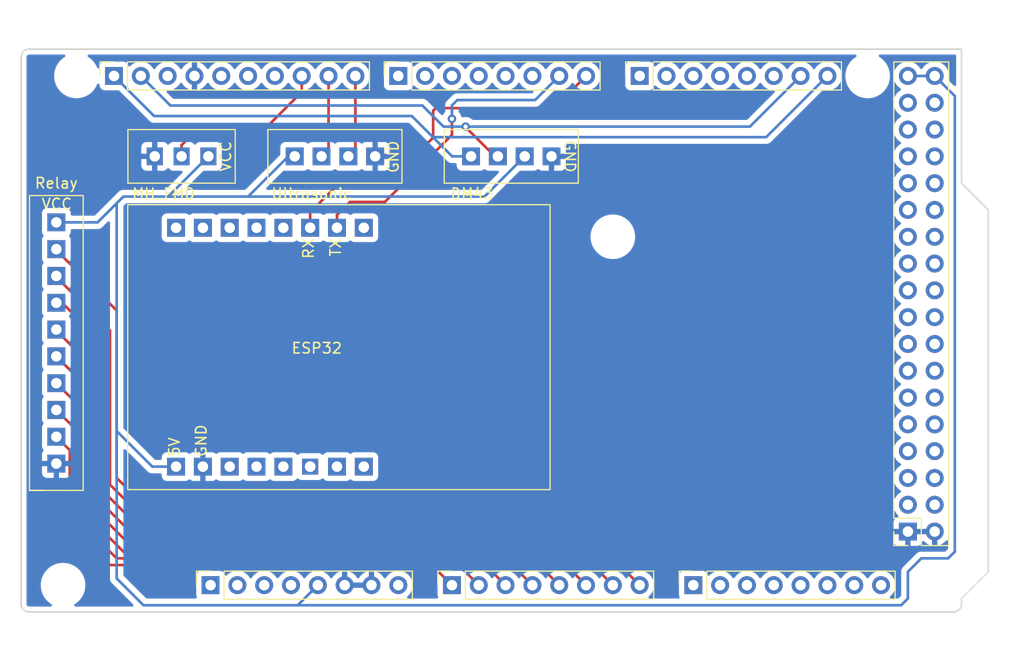
<source format=kicad_pcb>
(kicad_pcb (version 20211014) (generator pcbnew)
  (title_block (date "mar. 31 mars 2015"))
  (layers (0 "F.Cu" signal) (31 "B.Cu" signal) (34 "B.Paste" user) (35 "F.Paste" user) (36 "B.SilkS" user "B.Silkscreen") (37 "F.SilkS" user "F.Silkscreen") (38 "B.Mask" user) (39 "F.Mask" user) (44 "Edge.Cuts" user))
  (net 0 "")
  (net 1 "GND")
  (net 2 "/*52")
  (net 3 "/53")
  (net 4 "/50")
  (net 5 "/51")
  (net 6 "/48")
  (net 7 "/49")
  (net 8 "/*46")
  (net 9 "/47")
  (net 10 "/*44")
  (net 11 "/*45")
  (net 12 "/42")
  (net 13 "/43")
  (net 14 "/40")
  (net 15 "/41")
  (net 16 "/38")
  (net 17 "/39")
  (net 18 "/36")
  (net 19 "/37")
  (net 20 "/34")
  (net 21 "/35")
  (net 22 "/32")
  (net 23 "/33")
  (net 24 "/30")
  (net 25 "/31")
  (net 26 "/28")
  (net 27 "/29")
  (net 28 "/26")
  (net 29 "/27")
  (net 30 "/24")
  (net 31 "/25")
  (net 32 "/22")
  (net 33 "/23")
  (net 34 "+5V")
  (net 35 "/IOREF")
  (net 43 "TX")
  (net 44 "/A8")
  (net 45 "/A9")
  (net 46 "/A10")
  (net 47 "/A11")
  (net 48 "/A12")
  (net 49 "/A13")
  (net 50 "/A14")
  (net 51 "/A15")
  (net 52 "/AREF")
  (net 53 "/*13")
  (net 54 "/*12")
  (net 55 "/*11")
  (net 56 "Buzzer")
  (net 57 "RX")
  (net 59 "/*7")
  (net 60 "/*6")
  (net 61 "/*5")
  (net 62 "/*4")
  (net 63 "/*3")
  (net 64 "/*2")
  (net 67 "+3V3")
  (net 68 "/TX3{slash}14")
  (net 69 "/RX3{slash}15")
  (net 70 "/TX2{slash}16")
  (net 71 "/RX2{slash}17")
  (net 72 "/TX1{slash}18")
  (net 73 "/RX1{slash}19")
  (net 74 "SDA")
  (net 75 "SCL")
  (net 76 "VCC")
  (net 77 "/~{RESET}")
  (net 81 "Relay_1")
  (net 82 "Relay_2")
  (net 83 "Relay_3")
  (net 84 "Relay_4")
  (net 85 "Relay_5")
  (net 86 "Relay_6")
  (net 87 "Relay_7")
  (net 88 "Relay_8")
  (net 89 "Trig")
  (net 90 "Echo")
  (footprint "Connector_PinSocket_2.54mm:PinSocket_2x18_P2.54mm_Vertical" (layer "F.Cu") (at 193.98 92.38 180)
    (fp_text reference "J4" hide)
    (fp_text value "Digital")
    (fp_line (start -1.27 -1.33) (end -1.27 1.27) (layer "F.SilkS") (width 0.12))
    (fp_line (start 1.33 1.27) (end 1.33 44.51) (layer "F.SilkS") (width 0.12))
    (fp_line (start 0 -1.33) (end 1.33 -1.33) (layer "F.SilkS") (width 0.12))
    (fp_line (start -1.27 1.27) (end 1.33 1.27) (layer "F.SilkS") (width 0.12))
    (fp_line (start 1.33 -1.33) (end 1.33 0) (layer "F.SilkS") (width 0.12))
    (fp_line (start -3.87 44.51) (end 1.33 44.51) (layer "F.SilkS") (width 0.12))
    (fp_line (start -3.87 -1.33) (end -1.27 -1.33) (layer "F.SilkS") (width 0.12))
    (fp_line (start -3.87 -1.33) (end -3.87 44.51) (layer "F.SilkS") (width 0.12))
    (pad "1" thru_hole rect locked (at 0 0 180) (size 1.7 1.7) (drill 1) (layers *.Cu *.Mask) (net 1 "GND"))
    (pad "2" thru_hole oval locked (at -2.54 0 180) (size 1.7 1.7) (drill 1) (layers *.Cu *.Mask) (net 1 "GND"))
    (pad "3" thru_hole oval locked (at 0 2.54 180) (size 1.7 1.7) (drill 1) (layers *.Cu *.Mask) (net 2 "/*52"))
    (pad "4" thru_hole oval locked (at -2.54 2.54 180) (size 1.7 1.7) (drill 1) (layers *.Cu *.Mask) (net 3 "/53"))
    (pad "5" thru_hole oval locked (at 0 5.08 180) (size 1.7 1.7) (drill 1) (layers *.Cu *.Mask) (net 4 "/50"))
    (pad "6" thru_hole oval locked (at -2.54 5.08 180) (size 1.7 1.7) (drill 1) (layers *.Cu *.Mask) (net 5 "/51"))
    (pad "7" thru_hole oval locked (at 0 7.62 180) (size 1.7 1.7) (drill 1) (layers *.Cu *.Mask) (net 6 "/48"))
    (pad "8" thru_hole oval locked (at -2.54 7.62 180) (size 1.7 1.7) (drill 1) (layers *.Cu *.Mask) (net 7 "/49"))
    (pad "9" thru_hole oval locked (at 0 10.16 180) (size 1.7 1.7) (drill 1) (layers *.Cu *.Mask) (net 8 "/*46"))
    (pad "10" thru_hole oval locked (at -2.54 10.16 180) (size 1.7 1.7) (drill 1) (layers *.Cu *.Mask) (net 9 "/47"))
    (pad "11" thru_hole oval locked (at 0 12.7 180) (size 1.7 1.7) (drill 1) (layers *.Cu *.Mask) (net 10 "/*44"))
    (pad "12" thru_hole oval locked (at -2.54 12.7 180) (size 1.7 1.7) (drill 1) (layers *.Cu *.Mask) (net 11 "/*45"))
    (pad "13" thru_hole oval locked (at 0 15.24 180) (size 1.7 1.7) (drill 1) (layers *.Cu *.Mask) (net 12 "/42"))
    (pad "14" thru_hole oval locked (at -2.54 15.24 180) (size 1.7 1.7) (drill 1) (layers *.Cu *.Mask) (net 13 "/43"))
    (pad "15" thru_hole oval locked (at 0 17.78 180) (size 1.7 1.7) (drill 1) (layers *.Cu *.Mask) (net 14 "/40"))
    (pad "16" thru_hole oval locked (at -2.54 17.78 180) (size 1.7 1.7) (drill 1) (layers *.Cu *.Mask) (net 15 "/41"))
    (pad "17" thru_hole oval locked (at 0 20.32 180) (size 1.7 1.7) (drill 1) (layers *.Cu *.Mask) (net 16 "/38"))
    (pad "18" thru_hole oval locked (at -2.54 20.32 180) (size 1.7 1.7) (drill 1) (layers *.Cu *.Mask) (net 17 "/39"))
    (pad "19" thru_hole oval locked (at 0 22.86 180) (size 1.7 1.7) (drill 1) (layers *.Cu *.Mask) (net 18 "/36"))
    (pad "20" thru_hole oval locked (at -2.54 22.86 180) (size 1.7 1.7) (drill 1) (layers *.Cu *.Mask) (net 19 "/37"))
    (pad "21" thru_hole oval locked (at 0 25.4 180) (size 1.7 1.7) (drill 1) (layers *.Cu *.Mask) (net 20 "/34"))
    (pad "22" thru_hole oval locked (at -2.54 25.4 180) (size 1.7 1.7) (drill 1) (layers *.Cu *.Mask) (net 21 "/35"))
    (pad "23" thru_hole oval locked (at 0 27.94 180) (size 1.7 1.7) (drill 1) (layers *.Cu *.Mask) (net 22 "/32"))
    (pad "24" thru_hole oval locked (at -2.54 27.94 180) (size 1.7 1.7) (drill 1) (layers *.Cu *.Mask) (net 23 "/33"))
    (pad "25" thru_hole oval locked (at 0 30.48 180) (size 1.7 1.7) (drill 1) (layers *.Cu *.Mask) (net 24 "/30"))
    (pad "26" thru_hole oval locked (at -2.54 30.48 180) (size 1.7 1.7) (drill 1) (layers *.Cu *.Mask) (net 25 "/31"))
    (pad "27" thru_hole oval locked (at 0 33.02 180) (size 1.7 1.7) (drill 1) (layers *.Cu *.Mask) (net 26 "/28"))
    (pad "28" thru_hole oval locked (at -2.54 33.02 180) (size 1.7 1.7) (drill 1) (layers *.Cu *.Mask) (net 27 "/29"))
    (pad "29" thru_hole oval locked (at 0 35.56 180) (size 1.7 1.7) (drill 1) (layers *.Cu *.Mask) (net 28 "/26"))
    (pad "30" thru_hole oval locked (at -2.54 35.56 180) (size 1.7 1.7) (drill 1) (layers *.Cu *.Mask) (net 29 "/27"))
    (pad "31" thru_hole oval locked (at 0 38.1 180) (size 1.7 1.7) (drill 1) (layers *.Cu *.Mask) (net 30 "/24"))
    (pad "32" thru_hole oval locked (at -2.54 38.1 180) (size 1.7 1.7) (drill 1) (layers *.Cu *.Mask) (net 31 "/25"))
    (pad "33" thru_hole oval locked (at 0 40.64 180) (size 1.7 1.7) (drill 1) (layers *.Cu *.Mask) (net 32 "/22"))
    (pad "34" thru_hole oval locked (at -2.54 40.64 180) (size 1.7 1.7) (drill 1) (layers *.Cu *.Mask) (net 33 "/23"))
    (pad "35" thru_hole oval locked (at 0 43.18 180) (size 1.7 1.7) (drill 1) (layers *.Cu *.Mask) (net 34 "+5V"))
    (pad "36" thru_hole oval locked (at -2.54 43.18 180) (size 1.7 1.7) (drill 1) (layers *.Cu *.Mask) (net 34 "+5V"))
  )
  (footprint "Connector_PinSocket_2.54mm:PinSocket_1x08_P2.54mm_Vertical" (layer "F.Cu") (at 127.94 97.46 90)
    (fp_text reference "J1" hide)
    (fp_text value "Power")
    (fp_line (start -1.33 1.27) (end -1.33 19.11) (layer "F.SilkS") (width 0.12))
    (fp_line (start -1.33 1.27) (end 1.33 1.27) (layer "F.SilkS") (width 0.12))
    (fp_line (start -1.33 19.11) (end 1.33 19.11) (layer "F.SilkS") (width 0.12))
    (fp_line (start 1.33 1.27) (end 1.33 19.11) (layer "F.SilkS") (width 0.12))
    (fp_line (start 0 -1.33) (end 1.33 -1.33) (layer "F.SilkS") (width 0.12))
    (fp_line (start 1.33 -1.33) (end 1.33 0) (layer "F.SilkS") (width 0.12))
    (pad "1" thru_hole rect locked (at 0 0 90) (size 1.7 1.7) (drill 1) (layers *.Cu *.Mask))
    (pad "2" thru_hole oval locked (at 0 2.54 90) (size 1.7 1.7) (drill 1) (layers *.Cu *.Mask) (net 35 "/IOREF"))
    (pad "3" thru_hole oval locked (at 0 5.08 90) (size 1.7 1.7) (drill 1) (layers *.Cu *.Mask) (net 77 "/~{RESET}"))
    (pad "4" thru_hole oval locked (at 0 7.62 90) (size 1.7 1.7) (drill 1) (layers *.Cu *.Mask) (net 67 "+3V3"))
    (pad "5" thru_hole oval locked (at 0 10.16 90) (size 1.7 1.7) (drill 1) (layers *.Cu *.Mask) (net 34 "+5V"))
    (pad "6" thru_hole oval locked (at 0 12.7 90) (size 1.7 1.7) (drill 1) (layers *.Cu *.Mask) (net 1 "GND"))
    (pad "7" thru_hole oval locked (at 0 15.24 90) (size 1.7 1.7) (drill 1) (layers *.Cu *.Mask) (net 1 "GND"))
    (pad "8" thru_hole oval locked (at 0 17.78 90) (size 1.7 1.7) (drill 1) (layers *.Cu *.Mask) (net 76 "VCC"))
  )
  (footprint "Connector_PinSocket_2.54mm:PinSocket_1x08_P2.54mm_Vertical" (layer "F.Cu") (at 150.8 97.46 90)
    (fp_text reference "J2" hide)
    (fp_text value "Analog")
    (fp_line (start -1.33 1.27) (end -1.33 19.11) (layer "F.SilkS") (width 0.12))
    (fp_line (start 1.33 1.27) (end 1.33 19.11) (layer "F.SilkS") (width 0.12))
    (fp_line (start 0 -1.33) (end 1.33 -1.33) (layer "F.SilkS") (width 0.12))
    (fp_line (start 1.33 -1.33) (end 1.33 0) (layer "F.SilkS") (width 0.12))
    (fp_line (start -1.33 1.27) (end 1.33 1.27) (layer "F.SilkS") (width 0.12))
    (fp_line (start -1.33 19.11) (end 1.33 19.11) (layer "F.SilkS") (width 0.12))
    (pad "1" thru_hole rect locked (at 0 0 90) (size 1.7 1.7) (drill 1) (layers *.Cu *.Mask) (net 81 "Relay_1"))
    (pad "2" thru_hole oval locked (at 0 2.54 90) (size 1.7 1.7) (drill 1) (layers *.Cu *.Mask) (net 82 "Relay_2"))
    (pad "3" thru_hole oval locked (at 0 5.08 90) (size 1.7 1.7) (drill 1) (layers *.Cu *.Mask) (net 83 "Relay_3"))
    (pad "4" thru_hole oval locked (at 0 7.62 90) (size 1.7 1.7) (drill 1) (layers *.Cu *.Mask) (net 84 "Relay_4"))
    (pad "5" thru_hole oval locked (at 0 10.16 90) (size 1.7 1.7) (drill 1) (layers *.Cu *.Mask) (net 85 "Relay_5"))
    (pad "6" thru_hole oval locked (at 0 12.7 90) (size 1.7 1.7) (drill 1) (layers *.Cu *.Mask) (net 86 "Relay_6"))
    (pad "7" thru_hole oval locked (at 0 15.24 90) (size 1.7 1.7) (drill 1) (layers *.Cu *.Mask) (net 87 "Relay_7"))
    (pad "8" thru_hole oval locked (at 0 17.78 90) (size 1.7 1.7) (drill 1) (layers *.Cu *.Mask) (net 88 "Relay_8"))
  )
  (footprint "Connector_PinSocket_2.54mm:PinSocket_1x08_P2.54mm_Vertical" (layer "F.Cu") (at 173.66 97.46 90)
    (fp_text reference "J3" hide)
    (fp_text value "Analog")
    (fp_line (start -1.33 1.27) (end -1.33 19.11) (layer "F.SilkS") (width 0.12))
    (fp_line (start 0 -1.33) (end 1.33 -1.33) (layer "F.SilkS") (width 0.12))
    (fp_line (start -1.33 19.11) (end 1.33 19.11) (layer "F.SilkS") (width 0.12))
    (fp_line (start 1.33 -1.33) (end 1.33 0) (layer "F.SilkS") (width 0.12))
    (fp_line (start -1.33 1.27) (end 1.33 1.27) (layer "F.SilkS") (width 0.12))
    (fp_line (start 1.33 1.27) (end 1.33 19.11) (layer "F.SilkS") (width 0.12))
    (pad "1" thru_hole rect locked (at 0 0 90) (size 1.7 1.7) (drill 1) (layers *.Cu *.Mask) (net 44 "/A8"))
    (pad "2" thru_hole oval locked (at 0 2.54 90) (size 1.7 1.7) (drill 1) (layers *.Cu *.Mask) (net 45 "/A9"))
    (pad "3" thru_hole oval locked (at 0 5.08 90) (size 1.7 1.7) (drill 1) (layers *.Cu *.Mask) (net 46 "/A10"))
    (pad "4" thru_hole oval locked (at 0 7.62 90) (size 1.7 1.7) (drill 1) (layers *.Cu *.Mask) (net 47 "/A11"))
    (pad "5" thru_hole oval locked (at 0 10.16 90) (size 1.7 1.7) (drill 1) (layers *.Cu *.Mask) (net 48 "/A12"))
    (pad "6" thru_hole oval locked (at 0 12.7 90) (size 1.7 1.7) (drill 1) (layers *.Cu *.Mask) (net 49 "/A13"))
    (pad "7" thru_hole oval locked (at 0 15.24 90) (size 1.7 1.7) (drill 1) (layers *.Cu *.Mask) (net 50 "/A14"))
    (pad "8" thru_hole oval locked (at 0 17.78 90) (size 1.7 1.7) (drill 1) (layers *.Cu *.Mask) (net 51 "/A15"))
  )
  (footprint "Connector_PinSocket_2.54mm:PinSocket_1x10_P2.54mm_Vertical" (layer "F.Cu") (at 118.796 49.2 90)
    (fp_text reference "J5" hide)
    (fp_text value "PWM")
    (fp_line (start -1.33 1.27) (end 1.33 1.27) (layer "F.SilkS") (width 0.12))
    (fp_line (start 1.33 1.27) (end 1.33 24.19) (layer "F.SilkS") (width 0.12))
    (fp_line (start -1.33 24.19) (end 1.33 24.19) (layer "F.SilkS") (width 0.12))
    (fp_line (start 0 -1.33) (end 1.33 -1.33) (layer "F.SilkS") (width 0.12))
    (fp_line (start 1.33 -1.33) (end 1.33 0) (layer "F.SilkS") (width 0.12))
    (fp_line (start -1.33 1.27) (end -1.33 24.19) (layer "F.SilkS") (width 0.12))
    (pad "1" thru_hole rect locked (at 0 0 90) (size 1.7 1.7) (drill 1) (layers *.Cu *.Mask) (net 75 "SCL"))
    (pad "2" thru_hole oval locked (at 0 2.54 90) (size 1.7 1.7) (drill 1) (layers *.Cu *.Mask) (net 74 "SDA"))
    (pad "3" thru_hole oval locked (at 0 5.08 90) (size 1.7 1.7) (drill 1) (layers *.Cu *.Mask) (net 52 "/AREF"))
    (pad "4" thru_hole oval locked (at 0 7.62 90) (size 1.7 1.7) (drill 1) (layers *.Cu *.Mask) (net 1 "GND"))
    (pad "5" thru_hole oval locked (at 0 10.16 90) (size 1.7 1.7) (drill 1) (layers *.Cu *.Mask) (net 53 "/*13"))
    (pad "6" thru_hole oval locked (at 0 12.7 90) (size 1.7 1.7) (drill 1) (layers *.Cu *.Mask) (net 54 "/*12"))
    (pad "7" thru_hole oval locked (at 0 15.24 90) (size 1.7 1.7) (drill 1) (layers *.Cu *.Mask) (net 55 "/*11"))
    (pad "8" thru_hole oval locked (at 0 17.78 90) (size 1.7 1.7) (drill 1) (layers *.Cu *.Mask) (net 56 "Buzzer"))
    (pad "9" thru_hole oval locked (at 0 20.32 90) (size 1.7 1.7) (drill 1) (layers *.Cu *.Mask) (net 89 "Trig"))
    (pad "10" thru_hole oval locked (at 0 22.86 90) (size 1.7 1.7) (drill 1) (layers *.Cu *.Mask) (net 90 "Echo"))
  )
  (footprint "Connector_PinSocket_2.54mm:PinSocket_1x08_P2.54mm_Vertical" (layer "F.Cu") (at 145.72 49.2 90)
    (fp_text reference "J6" hide)
    (fp_text value "PWM")
    (fp_line (start 0 -1.33) (end 1.33 -1.33) (layer "F.SilkS") (width 0.12))
    (fp_line (start -1.33 1.27) (end -1.33 19.11) (layer "F.SilkS") (width 0.12))
    (fp_line (start -1.33 19.11) (end 1.33 19.11) (layer "F.SilkS") (width 0.12))
    (fp_line (start -1.33 1.27) (end 1.33 1.27) (layer "F.SilkS") (width 0.12))
    (fp_line (start 1.33 1.27) (end 1.33 19.11) (layer "F.SilkS") (width 0.12))
    (fp_line (start 1.33 -1.33) (end 1.33 0) (layer "F.SilkS") (width 0.12))
    (pad "1" thru_hole rect locked (at 0 0 90) (size 1.7 1.7) (drill 1) (layers *.Cu *.Mask) (net 59 "/*7"))
    (pad "2" thru_hole oval locked (at 0 2.54 90) (size 1.7 1.7) (drill 1) (layers *.Cu *.Mask) (net 60 "/*6"))
    (pad "3" thru_hole oval locked (at 0 5.08 90) (size 1.7 1.7) (drill 1) (layers *.Cu *.Mask) (net 61 "/*5"))
    (pad "4" thru_hole oval locked (at 0 7.62 90) (size 1.7 1.7) (drill 1) (layers *.Cu *.Mask) (net 62 "/*4"))
    (pad "5" thru_hole oval locked (at 0 10.16 90) (size 1.7 1.7) (drill 1) (layers *.Cu *.Mask) (net 63 "/*3"))
    (pad "6" thru_hole oval locked (at 0 12.7 90) (size 1.7 1.7) (drill 1) (layers *.Cu *.Mask) (net 64 "/*2"))
    (pad "7" thru_hole oval locked (at 0 15.24 90) (size 1.7 1.7) (drill 1) (layers *.Cu *.Mask) (net 43 "TX"))
    (pad "8" thru_hole oval locked (at 0 17.78 90) (size 1.7 1.7) (drill 1) (layers *.Cu *.Mask) (net 57 "RX"))
  )
  (footprint "Connector_PinSocket_2.54mm:PinSocket_1x08_P2.54mm_Vertical" (layer "F.Cu") (at 168.58 49.2 90)
    (fp_text reference "J7" hide)
    (fp_text value "Communication")
    (fp_line (start 0 -1.33) (end 1.33 -1.33) (layer "F.SilkS") (width 0.12))
    (fp_line (start -1.33 1.27) (end 1.33 1.27) (layer "F.SilkS") (width 0.12))
    (fp_line (start 1.33 -1.33) (end 1.33 0) (layer "F.SilkS") (width 0.12))
    (fp_line (start 1.33 1.27) (end 1.33 19.11) (layer "F.SilkS") (width 0.12))
    (fp_line (start -1.33 1.27) (end -1.33 19.11) (layer "F.SilkS") (width 0.12))
    (fp_line (start -1.33 19.11) (end 1.33 19.11) (layer "F.SilkS") (width 0.12))
    (pad "1" thru_hole rect locked (at 0 0 90) (size 1.7 1.7) (drill 1) (layers *.Cu *.Mask) (net 68 "/TX3{slash}14"))
    (pad "2" thru_hole oval locked (at 0 2.54 90) (size 1.7 1.7) (drill 1) (layers *.Cu *.Mask) (net 69 "/RX3{slash}15"))
    (pad "3" thru_hole oval locked (at 0 5.08 90) (size 1.7 1.7) (drill 1) (layers *.Cu *.Mask) (net 70 "/TX2{slash}16"))
    (pad "4" thru_hole oval locked (at 0 7.62 90) (size 1.7 1.7) (drill 1) (layers *.Cu *.Mask) (net 71 "/RX2{slash}17"))
    (pad "5" thru_hole oval locked (at 0 10.16 90) (size 1.7 1.7) (drill 1) (layers *.Cu *.Mask) (net 72 "/TX1{slash}18"))
    (pad "6" thru_hole oval locked (at 0 12.7 90) (size 1.7 1.7) (drill 1) (layers *.Cu *.Mask) (net 73 "/RX1{slash}19"))
    (pad "7" thru_hole oval locked (at 0 15.24 90) (size 1.7 1.7) (drill 1) (layers *.Cu *.Mask) (net 74 "SDA"))
    (pad "8" thru_hole oval locked (at 0 17.78 90) (size 1.7 1.7) (drill 1) (layers *.Cu *.Mask) (net 75 "SCL"))
  )
  (footprint "Arduino_MountingHole:MountingHole_3.2mm" (layer "F.Cu") (at 196.52 97.46)
    (fp_text reference "MH6" hide)
    (fp_text value "MountingHole_3.2mm" hide)
    (pad "" np_thru_hole circle locked (at 0 0) (size 3.2 3.2) (drill 3.2) (layers *.Cu *.Mask))
  )
  (footprint "My_Lib:8_channel_relay" (layer "F.Cu") (at 115.875 88.475 180)
    (fp_text reference "R1" hide)
    (fp_text value "Relay" (at 2.54 29.115 unlocked) (layer "F.SilkS"))
    (fp_text user "VCC" (at 2.495 27.14 unlocked) (layer "F.SilkS"))
    (fp_line (start 0 27.94) (end 0 25.4) (layer "F.SilkS") (width 0.12))
    (fp_line (start 5.08 0) (end 3.81 0) (layer "F.SilkS") (width 0.12))
    (fp_line (start 5.08 27.94) (end 0 27.94) (layer "F.SilkS") (width 0.12))
    (fp_line (start 1.27 0) (end 3.81 0) (layer "F.SilkS") (width 0.12))
    (fp_line (start 3.81 0) (end 5.08 0) (layer "F.SilkS") (width 0.12))
    (fp_line (start 0 0) (end 1.27 0) (layer "F.SilkS") (width 0.12))
    (fp_line (start 5.08 0) (end 5.08 27.94) (layer "F.SilkS") (width 0.12))
    (fp_line (start 0 0) (end 0 25.4) (layer "F.SilkS") (width 0.12))
    (pad "1" thru_hole rect (at 2.54 2.54 180) (size 1.7 1.7) (drill 1) (layers *.Cu *.Mask) (net 1 "GND"))
    (pad "2" thru_hole rect (at 2.54 5.08 180) (size 1.7 1.7) (drill 1) (layers *.Cu *.Mask) (net 81 "Relay_1"))
    (pad "3" thru_hole rect (at 2.54 7.62 180) (size 1.7 1.7) (drill 1) (layers *.Cu *.Mask) (net 82 "Relay_2"))
    (pad "4" thru_hole rect (at 2.54 10.16 180) (size 1.7 1.7) (drill 1) (layers *.Cu *.Mask) (net 83 "Relay_3"))
    (pad "5" thru_hole rect (at 2.54 12.7 180) (size 1.7 1.7) (drill 1) (layers *.Cu *.Mask) (net 84 "Relay_4"))
    (pad "6" thru_hole rect (at 2.54 15.24 180) (size 1.7 1.7) (drill 1) (layers *.Cu *.Mask) (net 85 "Relay_5"))
    (pad "7" thru_hole rect (at 2.54 17.78 180) (size 1.7 1.7) (drill 1) (layers *.Cu *.Mask) (net 86 "Relay_6"))
    (pad "8" thru_hole rect (at 2.54 20.32 180) (size 1.7 1.7) (drill 1) (layers *.Cu *.Mask) (net 87 "Relay_7"))
    (pad "9" thru_hole rect (at 2.54 22.86 180) (size 1.7 1.7) (drill 1) (layers *.Cu *.Mask) (net 88 "Relay_8"))
    (pad "10" thru_hole rect (at 2.54 25.4 180) (size 1.7 1.7) (drill 1) (layers *.Cu *.Mask) (net 34 "+5V"))
  )
  (footprint "Arduino_MountingHole:MountingHole_3.2mm" (layer "F.Cu") (at 115.24 49.2)
    (fp_text reference "MH1" hide)
    (fp_text value "MountingHole_3.2mm" hide)
    (pad "" np_thru_hole circle locked (at 0 0) (size 3.2 3.2) (drill 3.2) (layers *.Cu *.Mask))
  )
  (footprint "My_Lib:ESP32" (layer "F.Cu") (at 120.095 88.405 90)
    (fp_text reference "E1" hide)
    (fp_text value "ESP32" (at 13.405 17.905 unlocked) (layer "F.SilkS"))
    (fp_text user "GND" (at 4.642 6.958 90 unlocked) (layer "F.SilkS"))
    (fp_text user "5V" (at 4.042 4.418 90 unlocked) (layer "F.SilkS"))
    (fp_text user "RX" (at 22.858 17.118 90 unlocked) (layer "F.SilkS"))
    (fp_text user "TX" (at 22.958 19.6878 90 unlocked) (layer "F.SilkS"))
    (fp_rect (start 27 0) (end 0 40) (layer "F.SilkS") (width 0.12) (fill none))
    (pad "1" thru_hole rect (at 2.18 4.58 270) (size 1.7 1.7) (drill 1) (layers *.Cu *.Mask) (net 34 "+5V"))
    (pad "2" thru_hole rect (at 2.18 7.12 270) (size 1.7 1.7) (drill 1) (layers *.Cu *.Mask) (net 1 "GND"))
    (pad "3" thru_hole rect (at 2.18 9.66 270) (size 1.7 1.7) (drill 1) (layers *.Cu *.Mask))
    (pad "4" thru_hole rect (at 2.18 12.2 270) (size 1.7 1.7) (drill 1) (layers *.Cu *.Mask))
    (pad "5" thru_hole rect (at 2.18 14.74 270) (size 1.7 1.7) (drill 1) (layers *.Cu *.Mask))
    (pad "6" thru_hole rect (at 2.18 17.28 270) (size 1.524 1.524) (drill 1.02) (layers *.Cu *.Mask))
    (pad "7" thru_hole rect (at 2.18 19.82 270) (size 1.7 1.7) (drill 1) (layers *.Cu *.Mask))
    (pad "8" thru_hole rect (at 2.18 22.36 270) (size 1.7 1.7) (drill 1) (layers *.Cu *.Mask))
    (pad "9" thru_hole rect (at 24.82 22.36 270) (size 1.7 1.7) (drill 1) (layers *.Cu *.Mask))
    (pad "10" thru_hole rect (at 24.82 19.82 270) (size 1.7 1.7) (drill 1) (layers *.Cu *.Mask) (net 43 "TX"))
    (pad "11" thru_hole rect (at 24.82 17.28 270) (size 1.7 1.7) (drill 1) (layers *.Cu *.Mask) (net 57 "RX"))
    (pad "12" thru_hole rect (at 24.82 14.74 270) (size 1.7 1.7) (drill 1) (layers *.Cu *.Mask))
    (pad "13" thru_hole rect (at 24.82 12.2 270) (size 1.7 1.7) (drill 1) (layers *.Cu *.Mask))
    (pad "14" thru_hole rect (at 24.82 9.66 270) (size 1.7 1.7) (drill 1) (layers *.Cu *.Mask))
    (pad "15" thru_hole rect (at 24.82 7.12 270) (size 1.7 1.7) (drill 1) (layers *.Cu *.Mask))
    (pad "16" thru_hole rect (at 24.82 4.58 270) (size 1.7 1.7) (drill 1) (layers *.Cu *.Mask))
  )
  (footprint "My_Lib:ultrasonic_sensor" (layer "F.Cu") (at 133.369 59.36 90)
    (fp_text reference "U1" hide)
    (fp_text value "Ultrasonic" (at -1 4.155 unlocked) (layer "F.SilkS"))
    (fp_text user "GND" (at 2.5 11.875 90 unlocked) (layer "F.SilkS"))
    (fp_line (start 0 0) (end 0 12.7) (layer "F.SilkS") (width 0.12))
    (fp_line (start 1.27 0) (end 0 0) (layer "F.SilkS") (width 0.12))
    (fp_line (start 0 12.7) (end 5.08 12.7) (layer "F.SilkS") (width 0.12))
    (fp_line (start 5.08 12.7) (end 5.08 0) (layer "F.SilkS") (width 0.12))
    (fp_line (start 1.27 0) (end 3.81 0) (layer "F.SilkS") (width 0.12))
    (fp_line (start 5.08 0) (end 3.81 0) (layer "F.SilkS") (width 0.12))
    (pad "1" thru_hole rect (at 2.54 2.54 90) (size 1.7 1.7) (drill 1) (layers *.Cu *.Mask) (net 34 "+5V"))
    (pad "2" thru_hole rect (at 2.54 5.08 90) (size 1.7 1.7) (drill 1) (layers *.Cu *.Mask) (net 89 "Trig"))
    (pad "3" thru_hole rect (at 2.54 7.62 90) (size 1.7 1.7) (drill 1) (layers *.Cu *.Mask) (net 90 "Echo"))
    (pad "4" thru_hole rect (at 2.54 10.16 90) (size 1.7 1.7) (drill 1) (layers *.Cu *.Mask) (net 1 "GND"))
  )
  (footprint "My_Lib:DM43_LCD_Module" (layer "F.Cu") (at 162.77 54.28 -90)
    (fp_text reference "Display1" hide)
    (fp_text value "DM43" (at 6.08 10.065 unlocked) (layer "F.SilkS"))
    (fp_text user "GND" (at 2.54 0.794 -90 unlocked) (layer "F.SilkS"))
    (fp_line (start 0 0) (end 0 12.7) (layer "F.SilkS") (width 0.12))
    (fp_line (start 5.08 0) (end 3.81 0) (layer "F.SilkS") (width 0.12))
    (fp_line (start 1.27 0) (end 3.81 0) (layer "F.SilkS") (width 0.12))
    (fp_line (start 1.27 0) (end 0 0) (layer "F.SilkS") (width 0.12))
    (fp_line (start 5.08 12.7) (end 5.08 0) (layer "F.SilkS") (width 0.12))
    (fp_line (start 0 12.7) (end 5.08 12.7) (layer "F.SilkS") (width 0.12))
    (pad "1" thru_hole rect (at 2.54 2.54 270) (size 1.7 1.7) (drill 1) (layers *.Cu *.Mask) (net 1 "GND"))
    (pad "2" thru_hole rect (at 2.54 5.08 270) (size 1.7 1.7) (drill 1) (layers *.Cu *.Mask) (net 34 "+5V"))
    (pad "3" thru_hole rect (at 2.54 7.62 270) (size 1.7 1.7) (drill 1) (layers *.Cu *.Mask) (net 74 "SDA"))
    (pad "4" thru_hole rect (at 2.54 10.16 270) (size 1.7 1.7) (drill 1) (layers *.Cu *.Mask) (net 75 "SCL"))
  )
  (footprint "Arduino_MountingHole:MountingHole_3.2mm" (layer "F.Cu") (at 113.97 97.46)
    (fp_text reference "MH2" hide)
    (fp_text value "MountingHole_3.2mm" hide)
    (pad "" np_thru_hole circle locked (at 0 0) (size 3.2 3.2) (drill 3.2) (layers *.Cu *.Mask))
  )
  (footprint "Arduino_MountingHole:MountingHole_3.2mm" (layer "F.Cu") (at 166.04 64.44)
    (fp_text reference "MH3" hide)
    (fp_text value "MountingHole_3.2mm" hide)
    (pad "" np_thru_hole circle locked (at 0 0) (size 3.2 3.2) (drill 3.2) (layers *.Cu *.Mask))
  )
  (footprint "My_Lib:MH_FMD_Buzzer" (layer "F.Cu") (at 120.115 59.36 90)
    (fp_text reference "B1" hide)
    (fp_text value "MH_FMD" (at -1 3.38 unlocked) (layer "F.SilkS"))
    (fp_text user "VCC" (at 2.54 9.265 90 unlocked) (layer "F.SilkS"))
    (fp_line (start 1.27 0) (end 3.81 0) (layer "F.SilkS") (width 0.12))
    (fp_line (start 5.08 10.16) (end 5.08 0) (layer "F.SilkS") (width 0.12))
    (fp_line (start 0 1.27) (end 0 0) (layer "F.SilkS") (width 0.12))
    (fp_line (start 0 0) (end 1.27 0) (layer "F.SilkS") (width 0.12))
    (fp_line (start 5.08 0) (end 3.81 0) (layer "F.SilkS") (width 0.12))
    (fp_line (start 0 10.16) (end 5.08 10.16) (layer "F.SilkS") (width 0.12))
    (fp_line (start 0 1.27) (end 0 10.16) (layer "F.SilkS") (width 0.12))
    (pad "1" thru_hole rect (at 2.54 2.54 90) (size 1.7 1.524) (drill 1) (layers *.Cu *.Mask) (net 1 "GND"))
    (pad "2" thru_hole rect (at 2.54 5.08 90) (size 1.7 1.524) (drill 1) (layers *.Cu *.Mask) (net 56 "Buzzer"))
    (pad "3" thru_hole rect (at 2.54 7.62 90) (size 1.7 1.524) (drill 1) (layers *.Cu *.Mask) (net 34 "+5V"))
  )
  (footprint "Arduino_MountingHole:MountingHole_3.2mm" (layer "F.Cu") (at 190.17 49.2)
    (fp_text reference "MH5" hide)
    (fp_text value "MountingHole_3.2mm" hide)
    (pad "" np_thru_hole circle locked (at 0 0) (size 3.2 3.2) (drill 3.2) (layers *.Cu *.Mask))
  )
  (gr_line (start 199.06 59.36) (end 201.6 61.9) (layer "Edge.Cuts") (width 0.15))
  (gr_line (start 110 99.238) (end 110 47.422) (layer "Edge.Cuts") (width 0.15))
  (gr_line (start 201.6 61.9) (end 201.6 96.19) (layer "Edge.Cuts") (width 0.15))
  (gr_line (start 198.298 100) (end 110.762 100) (layer "Edge.Cuts") (width 0.15))
  (gr_line (start 110.762 46.66) (end 199.06 46.66) (layer "Edge.Cuts") (width 0.15))
  (gr_arc (start 110.762 100) (mid 110.223185 99.776815) (end 110 99.238) (layer "Edge.Cuts") (width 0.15))
  (gr_line (start 201.6 96.19) (end 199.06 98.73) (layer "Edge.Cuts") (width 0.15))
  (gr_arc (start 199.06 99.238) (mid 198.836815 99.776815) (end 198.298 100) (layer "Edge.Cuts") (width 0.15))
  (gr_line (start 199.06 46.66) (end 199.06 59.36) (layer "Edge.Cuts") (width 0.15))
  (gr_line (start 199.06 98.73) (end 199.06 99.238) (layer "Edge.Cuts") (width 0.15))
  (gr_arc (start 110 47.422) (mid 110.223185 46.883185) (end 110.762 46.66) (layer "Edge.Cuts") (width 0.15))
  (segment (start 117.24 63.075) (end 119.05 61.265) (width 0.25) (layer "B.Cu") (net 34))
  (segment (start 198.425 51.105) (end 198.425 94.285) (width 0.25) (layer "B.Cu") (net 34))
  (segment (start 195.25 94.92) (end 193.98 96.19) (width 0.25) (layer "B.Cu") (net 34))
  (segment (start 124.98 59.575) (end 123.925 60.63) (width 0.25) (layer "B.Cu") (net 34))
  (segment (start 198.425 94.285) (end 197.79 94.92) (width 0.25) (layer "B.Cu") (net 34))
  (segment (start 136.195 99.365) (end 121.59 99.365) (width 0.25) (layer "B.Cu") (net 34))
  (segment (start 119.685 60.63) (end 119.05 61.265) (width 0.25) (layer "B.Cu") (net 34))
  (segment (start 193.98 98.73) (end 193.345 99.365) (width 0.25) (layer "B.Cu") (net 34))
  (segment (start 135.909 56.82) (end 135.306 56.82) (width 0.25) (layer "B.Cu") (net 34))
  (segment (start 138.1 97.46) (end 136.195 99.365) (width 0.25) (layer "B.Cu") (net 34))
  (segment (start 123.925 60.63) (end 131.115 60.63) (width 0.25) (layer "B.Cu") (net 34))
  (segment (start 197.79 94.92) (end 195.25 94.92) (width 0.25) (layer "B.Cu") (net 34))
  (segment (start 131.115 60.63) (end 131.496 60.63) (width 0.25) (layer "B.Cu") (net 34))
  (segment (start 119.05 82.855) (end 122.42 86.225) (width 0.25) (layer "B.Cu") (net 34))
  (segment (start 131.496 60.63) (end 153.88 60.63) (width 0.25) (layer "B.Cu") (net 34))
  (segment (start 193.98 96.19) (end 193.98 98.73) (width 0.25) (layer "B.Cu") (net 34))
  (segment (start 193.345 99.365) (end 136.195 99.365) (width 0.25) (layer "B.Cu") (net 34))
  (segment (start 135.306 56.82) (end 131.496 60.63) (width 0.25) (layer "B.Cu") (net 34))
  (segment (start 193.98 49.2) (end 196.52 49.2) (width 0.25) (layer "B.Cu") (net 34))
  (segment (start 119.05 82.855) (end 119.05 96.825) (width 0.25) (layer "B.Cu") (net 34))
  (segment (start 153.88 60.63) (end 157.69 56.82) (width 0.25) (layer "B.Cu") (net 34))
  (segment (start 127.735 56.82) (end 124.98 59.575) (width 0.25) (layer "B.Cu") (net 34))
  (segment (start 119.05 96.825) (end 121.59 99.365) (width 0.25) (layer "B.Cu") (net 34))
  (segment (start 122.42 86.225) (end 124.675 86.225) (width 0.25) (layer "B.Cu") (net 34))
  (segment (start 123.925 60.63) (end 119.685 60.63) (width 0.25) (layer "B.Cu") (net 34))
  (segment (start 117.24 63.075) (end 113.335 63.075) (width 0.25) (layer "B.Cu") (net 34))
  (segment (start 119.05 61.265) (end 119.05 82.855) (width 0.25) (layer "B.Cu") (net 34))
  (segment (start 196.52 49.2) (end 198.425 51.105) (width 0.25) (layer "B.Cu") (net 34))
  (segment (start 141.148 61.138) (end 144.45 61.138) (width 0.25) (layer "F.Cu") (net 43))
  (segment (start 139.915 63.585) (end 139.915 62.371) (width 0.25) (layer "F.Cu") (net 43))
  (segment (start 150.8 54.788) (end 150.8 53.518) (width 0.25) (layer "F.Cu") (net 43))
  (segment (start 150.8 53.518) (end 150.8 53.264) (width 0.25) (layer "F.Cu") (net 43))
  (segment (start 140.386 61.9) (end 141.148 61.138) (width 0.25) (layer "F.Cu") (net 43))
  (segment (start 144.45 61.138) (end 150.8 54.788) (width 0.25) (layer "F.Cu") (net 43))
  (segment (start 139.915 62.371) (end 140.386 61.9) (width 0.25) (layer "F.Cu") (net 43))
  (via (at 150.8 53.264) (size 0.8) (drill 0.4) (layers "F.Cu" "B.Cu") (net 43))
  (segment (start 150.8 51.994) (end 151.308 51.486) (width 0.25) (layer "B.Cu") (net 43))
  (segment (start 158.674 51.486) (end 160.96 49.2) (width 0.25) (layer "B.Cu") (net 43))
  (segment (start 150.8 53.264) (end 150.8 51.994) (width 0.25) (layer "B.Cu") (net 43))
  (segment (start 151.308 51.486) (end 158.674 51.486) (width 0.25) (layer "B.Cu") (net 43))
  (segment (start 125.195 55.755) (end 126.67 54.28) (width 0.25) (layer "F.Cu") (net 56))
  (segment (start 125.195 56.82) (end 125.195 55.755) (width 0.25) (layer "F.Cu") (net 56))
  (segment (start 133.02 54.28) (end 136.576 50.724) (width 0.25) (layer "F.Cu") (net 56))
  (segment (start 136.576 50.724) (end 136.576 49.2) (width 0.25) (layer "F.Cu") (net 56))
  (segment (start 126.67 54.28) (end 133.02 54.28) (width 0.25) (layer "F.Cu") (net 56))
  (segment (start 149.022 52.502) (end 149.276 52.248) (width 0.25) (layer "F.Cu") (net 57))
  (segment (start 137.375 62.117) (end 137.375 63.585) (width 0.25) (layer "F.Cu") (net 57))
  (segment (start 144.45 59.614) (end 149.022 55.042) (width 0.25) (layer "F.Cu") (net 57))
  (segment (start 149.276 52.248) (end 160.452 52.248) (width 0.25) (layer "F.Cu") (net 57))
  (segment (start 160.452 52.248) (end 163.5 49.2) (width 0.25) (layer "F.Cu") (net 57))
  (segment (start 137.375 62.117) (end 139.878 59.614) (width 0.25) (layer "F.Cu") (net 57))
  (segment (start 139.878 59.614) (end 144.45 59.614) (width 0.25) (layer "F.Cu") (net 57))
  (segment (start 149.022 55.042) (end 149.022 52.502) (width 0.25) (layer "F.Cu") (net 57))
  (segment (start 152.096 54.052) (end 152.096 54) (width 0.25) (layer "F.Cu") (net 74))
  (segment (start 155.15 56.82) (end 154.864 56.82) (width 0.25) (layer "F.Cu") (net 74))
  (segment (start 154.864 56.82) (end 152.096 54.052) (width 0.25) (layer "F.Cu") (net 74))
  (via (at 152.096 54) (size 0.8) (drill 0.4) (layers "F.Cu" "B.Cu") (net 74))
  (segment (start 148 52) (end 124.136 52) (width 0.25) (layer "B.Cu") (net 74))
  (segment (start 150 54) (end 148 52) (width 0.25) (layer "B.Cu") (net 74))
  (segment (start 179.02 54) (end 152.096 54) (width 0.25) (layer "B.Cu") (net 74))
  (segment (start 183.82 49.2) (end 179.02 54) (width 0.25) (layer "B.Cu") (net 74))
  (segment (start 152.096 54) (end 150 54) (width 0.25) (layer "B.Cu") (net 74))
  (segment (start 124.136 52) (end 121.336 49.2) (width 0.25) (layer "B.Cu") (net 74))
  (segment (start 122.596 53) (end 147 53) (width 0.25) (layer "B.Cu") (net 75))
  (segment (start 147 53) (end 149 55) (width 0.25) (layer "B.Cu") (net 75))
  (segment (start 180.56 55) (end 186.36 49.2) (width 0.25) (layer "B.Cu") (net 75))
  (segment (start 149 55) (end 180.56 55) (width 0.25) (layer "B.Cu") (net 75))
  (segment (start 149 55) (end 150.82 56.82) (width 0.25) (layer "B.Cu") (net 75))
  (segment (start 150.82 56.82) (end 152.61 56.82) (width 0.25) (layer "B.Cu") (net 75))
  (segment (start 118.796 49.2) (end 122.596 53) (width 0.25) (layer "B.Cu") (net 75))
  (segment (start 114.605 91.745) (end 118.415 95.555) (width 0.25) (layer "F.Cu") (net 81))
  (segment (start 113.335 83.395) (end 114.605 84.665) (width 0.25) (layer "F.Cu") (net 81))
  (segment (start 118.415 95.555) (end 148.895 95.555) (width 0.25) (layer "F.Cu") (net 81))
  (segment (start 148.895 95.555) (end 150.8 97.46) (width 0.25) (layer "F.Cu") (net 81))
  (segment (start 114.605 84.665) (end 114.605 91.745) (width 0.25) (layer "F.Cu") (net 81))
  (segment (start 113.335 80.855) (end 115.24 82.76) (width 0.25) (layer "F.Cu") (net 82))
  (segment (start 119.05 94.92) (end 150.8 94.92) (width 0.25) (layer "F.Cu") (net 82))
  (segment (start 115.24 91.11) (end 119.05 94.92) (width 0.25) (layer "F.Cu") (net 82))
  (segment (start 150.8 94.92) (end 153.34 97.46) (width 0.25) (layer "F.Cu") (net 82))
  (segment (start 115.24 82.76) (end 115.24 91.11) (width 0.25) (layer "F.Cu") (net 82))
  (segment (start 115.875 90.475) (end 119.685 94.285) (width 0.25) (layer "F.Cu") (net 83))
  (segment (start 115.875 80.855) (end 113.335 78.315) (width 0.25) (layer "F.Cu") (net 83))
  (segment (start 152.705 94.285) (end 155.88 97.46) (width 0.25) (layer "F.Cu") (net 83))
  (segment (start 119.685 94.285) (end 152.705 94.285) (width 0.25) (layer "F.Cu") (net 83))
  (segment (start 115.875 80.855) (end 115.875 90.475) (width 0.25) (layer "F.Cu") (net 83))
  (segment (start 116.51 78.95) (end 116.51 89.84) (width 0.25) (layer "F.Cu") (net 84))
  (segment (start 116.51 78.95) (end 113.335 75.775) (width 0.25) (layer "F.Cu") (net 84))
  (segment (start 120.32 93.65) (end 154.61 93.65) (width 0.25) (layer "F.Cu") (net 84))
  (segment (start 116.51 89.84) (end 120.32 93.65) (width 0.25) (layer "F.Cu") (net 84))
  (segment (start 154.61 93.65) (end 158.42 97.46) (width 0.25) (layer "F.Cu") (net 84))
  (segment (start 120.955 93.015) (end 117.145 89.205) (width 0.25) (layer "F.Cu") (net 85))
  (segment (start 113.335 73.33) (end 113.335 73.235) (width 0.25) (layer "F.Cu") (net 85))
  (segment (start 156.515 93.015) (end 160.96 97.46) (width 0.25) (layer "F.Cu") (net 85))
  (segment (start 117.145 89.205) (end 117.145 77.14) (width 0.25) (layer "F.Cu") (net 85))
  (segment (start 156.515 93.015) (end 120.955 93.015) (width 0.25) (layer "F.Cu") (net 85))
  (segment (start 117.145 77.14) (end 113.335 73.33) (width 0.25) (layer "F.Cu") (net 85))
  (segment (start 158.42 92.38) (end 163.5 97.46) (width 0.25) (layer "F.Cu") (net 86))
  (segment (start 121.59 92.38) (end 158.42 92.38) (width 0.25) (layer "F.Cu") (net 86))
  (segment (start 117.78 74.6) (end 117.78 88.57) (width 0.25) (layer "F.Cu") (net 86))
  (segment (start 117.78 88.57) (end 121.59 92.38) (width 0.25) (layer "F.Cu") (net 86))
  (segment (start 117.78 74.6) (end 113.875 70.695) (width 0.25) (layer "F.Cu") (net 86))
  (segment (start 113.875 70.695) (end 113.335 70.695) (width 0.25) (layer "F.Cu") (net 86))
  (segment (start 118.415 73.33) (end 113.335 68.25) (width 0.25) (layer "F.Cu") (net 87))
  (segment (start 122.225 91.745) (end 160.325 91.745) (width 0.25) (layer "F.Cu") (net 87))
  (segment (start 118.415 73.33) (end 118.415 87.935) (width 0.25) (layer "F.Cu") (net 87))
  (segment (start 113.335 68.25) (end 113.335 68.155) (width 0.25) (layer "F.Cu") (net 87))
  (segment (start 118.415 87.935) (end 122.225 91.745) (width 0.25) (layer "F.Cu") (net 87))
  (segment (start 160.325 91.745) (end 166.04 97.46) (width 0.25) (layer "F.Cu") (net 87))
  (segment (start 162.23 91.11) (end 168.58 97.46) (width 0.25) (layer "F.Cu") (net 88))
  (segment (start 113.335 65.71) (end 113.335 65.615) (width 0.25) (layer "F.Cu") (net 88))
  (segment (start 122.86 91.11) (end 162.23 91.11) (width 0.25) (layer "F.Cu") (net 88))
  (segment (start 119.05 71.425) (end 113.335 65.71) (width 0.25) (layer "F.Cu") (net 88))
  (segment (start 119.05 71.425) (end 119.05 87.3) (width 0.25) (layer "F.Cu") (net 88))
  (segment (start 119.05 87.3) (end 122.86 91.11) (width 0.25) (layer "F.Cu") (net 88))
  (segment (start 139.116 49.2) (end 139.116 56.153) (width 0.25) (layer "F.Cu") (net 89))
  (segment (start 139.116 56.153) (end 138.449 56.82) (width 0.25) (layer "F.Cu") (net 89))
  (segment (start 141.656 56.153) (end 140.989 56.82) (width 0.25) (layer "F.Cu") (net 90))
  (segment (start 141.656 49.2) (end 141.656 56.153) (width 0.25) (layer "F.Cu") (net 90))
  (zone (net 1) (net_name "GND") (layer "B.Cu") (connect_pads (clearance 0.508)) (min_thickness 0.254) (fill yes (thermal_gap 0.508) (thermal_bridge_width 0.508))
    (polygon (pts (xy 205 104) (xy 108 104) (xy 108 42) (xy 205 42)))
  )
)
</source>
